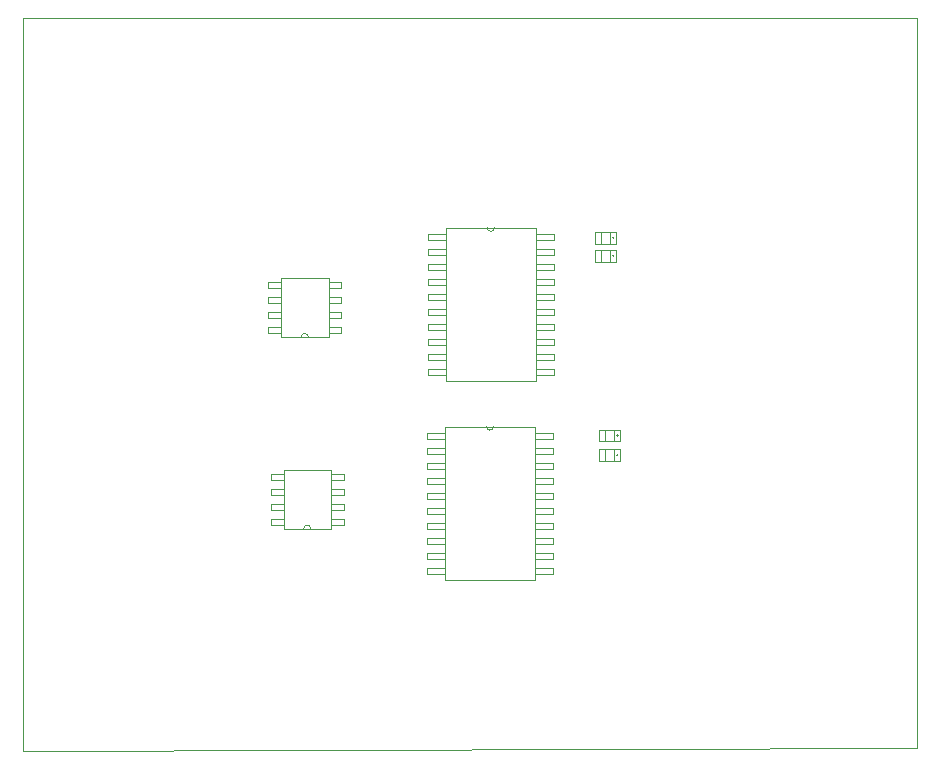
<source format=gm1>
G04*
G04 #@! TF.GenerationSoftware,Altium Limited,Altium Designer,20.1.8 (145)*
G04*
G04 Layer_Color=16711935*
%FSLAX25Y25*%
%MOIN*%
G70*
G04*
G04 #@! TF.SameCoordinates,D3287E22-0F69-463A-97E5-025C8055979C*
G04*
G04*
G04 #@! TF.FilePolarity,Positive*
G04*
G01*
G75*
%ADD55C,0.00100*%
D55*
X294300Y272650D02*
G03*
X291900Y272650I-1200J0D01*
G01*
X353900Y309100D02*
G03*
X356300Y309100I1200J0D01*
G01*
X295100Y208750D02*
G03*
X292700Y208750I-1200J0D01*
G01*
X353600Y242800D02*
G03*
X356000Y242800I1200J0D01*
G01*
X397605Y233300D02*
G03*
X397605Y233300I-300J0D01*
G01*
Y239800D02*
G03*
X397605Y239800I-300J0D01*
G01*
X396268Y299690D02*
G03*
X396268Y299690I-300J0D01*
G01*
Y305690D02*
G03*
X396268Y305690I-300J0D01*
G01*
X199000Y134497D02*
X497000Y135497D01*
Y379000D01*
X496000D02*
X497000D01*
X199000D02*
X496000D01*
X199000Y134497D02*
Y379000D01*
X301000Y272650D02*
Y292350D01*
X285200Y272650D02*
X301000D01*
X285200D02*
Y292350D01*
X301000D01*
X280900Y274000D02*
X285200D01*
X280900D02*
Y276000D01*
X285200D01*
Y274000D02*
Y276000D01*
X280900Y279000D02*
X285200D01*
X280900D02*
Y281000D01*
X285200D01*
Y279000D02*
Y281000D01*
X280900Y284000D02*
X285200D01*
X280900D02*
Y286000D01*
X285200D01*
Y284000D02*
Y286000D01*
X280900Y289000D02*
X285200D01*
X280900D02*
Y291000D01*
X285200D01*
Y289000D02*
Y291000D01*
X301000D02*
X305300D01*
Y289000D02*
Y291000D01*
X301000Y289000D02*
X305300D01*
X301000D02*
Y291000D01*
Y286000D02*
X305300D01*
Y284000D02*
Y286000D01*
X301000Y284000D02*
X305300D01*
X301000D02*
Y286000D01*
Y281000D02*
X305300D01*
Y279000D02*
Y281000D01*
X301000Y279000D02*
X305300D01*
X301000D02*
Y281000D01*
Y276000D02*
X305300D01*
Y274000D02*
Y276000D01*
X301000Y274000D02*
X305300D01*
X301000D02*
Y276000D01*
X340150Y257900D02*
Y309100D01*
X370050D01*
Y257900D02*
Y309100D01*
X340150Y257900D02*
X370050D01*
Y307000D02*
X376050D01*
Y305000D02*
Y307000D01*
X370050Y305000D02*
X376050D01*
X370050D02*
Y307000D01*
Y302000D02*
X376050D01*
Y300000D02*
Y302000D01*
X370050Y300000D02*
X376050D01*
X370050D02*
Y302000D01*
Y297000D02*
X376050D01*
Y295000D02*
Y297000D01*
X370050Y295000D02*
X376050D01*
X370050D02*
Y297000D01*
Y292000D02*
X376050D01*
Y290000D02*
Y292000D01*
X370050Y290000D02*
X376050D01*
X370050D02*
Y292000D01*
Y287000D02*
X376050D01*
Y285000D02*
Y287000D01*
X370050Y285000D02*
X376050D01*
X370050D02*
Y287000D01*
Y282000D02*
X376050D01*
Y280000D02*
Y282000D01*
X370050Y280000D02*
X376050D01*
X370050D02*
Y282000D01*
Y277000D02*
X376050D01*
Y275000D02*
Y277000D01*
X370050Y275000D02*
X376050D01*
X370050D02*
Y277000D01*
Y272000D02*
X376050D01*
Y270000D02*
Y272000D01*
X370050Y270000D02*
X376050D01*
X370050D02*
Y272000D01*
Y267000D02*
X376050D01*
Y265000D02*
Y267000D01*
X370050Y265000D02*
X376050D01*
X370050D02*
Y267000D01*
Y262000D02*
X376050D01*
Y260000D02*
Y262000D01*
X370050Y260000D02*
X376050D01*
X370050D02*
Y262000D01*
X334150Y260000D02*
X340150D01*
X334150D02*
Y262000D01*
X340150D01*
Y260000D02*
Y262000D01*
X334150Y265000D02*
X340150D01*
X334150D02*
Y267000D01*
X340150D01*
Y265000D02*
Y267000D01*
X334150Y270000D02*
X340150D01*
X334150D02*
Y272000D01*
X340150D01*
Y270000D02*
Y272000D01*
X334150Y275000D02*
X340150D01*
X334150D02*
Y277000D01*
X340150D01*
Y275000D02*
Y277000D01*
X334150Y280000D02*
X340150D01*
X334150D02*
Y282000D01*
X340150D01*
Y280000D02*
Y282000D01*
X334150Y285000D02*
X340150D01*
X334150D02*
Y287000D01*
X340150D01*
Y285000D02*
Y287000D01*
X334150Y290000D02*
X340150D01*
X334150D02*
Y292000D01*
X340150D01*
Y290000D02*
Y292000D01*
X334150Y295000D02*
X340150D01*
X334150D02*
Y297000D01*
X340150D01*
Y295000D02*
Y297000D01*
X334150Y300000D02*
X340150D01*
X334150D02*
Y302000D01*
X340150D01*
Y300000D02*
Y302000D01*
X334150Y305000D02*
X340150D01*
X334150D02*
Y307000D01*
X340150D01*
Y305000D02*
Y307000D01*
X301800Y208750D02*
Y228450D01*
X286000Y208750D02*
X301800D01*
X286000D02*
Y228450D01*
X301800D01*
X281700Y210100D02*
X286000D01*
X281700D02*
Y212100D01*
X286000D01*
Y210100D02*
Y212100D01*
X281700Y215100D02*
X286000D01*
X281700D02*
Y217100D01*
X286000D01*
Y215100D02*
Y217100D01*
X281700Y220100D02*
X286000D01*
X281700D02*
Y222100D01*
X286000D01*
Y220100D02*
Y222100D01*
X281700Y225100D02*
X286000D01*
X281700D02*
Y227100D01*
X286000D01*
Y225100D02*
Y227100D01*
X301800D02*
X306100D01*
Y225100D02*
Y227100D01*
X301800Y225100D02*
X306100D01*
X301800D02*
Y227100D01*
Y222100D02*
X306100D01*
Y220100D02*
Y222100D01*
X301800Y220100D02*
X306100D01*
X301800D02*
Y222100D01*
Y217100D02*
X306100D01*
Y215100D02*
Y217100D01*
X301800Y215100D02*
X306100D01*
X301800D02*
Y217100D01*
Y212100D02*
X306100D01*
Y210100D02*
Y212100D01*
X301800Y210100D02*
X306100D01*
X301800D02*
Y212100D01*
X339850Y191600D02*
Y242800D01*
X369750D01*
Y191600D02*
Y242800D01*
X339850Y191600D02*
X369750D01*
Y240700D02*
X375750D01*
Y238700D02*
Y240700D01*
X369750Y238700D02*
X375750D01*
X369750D02*
Y240700D01*
Y235700D02*
X375750D01*
Y233700D02*
Y235700D01*
X369750Y233700D02*
X375750D01*
X369750D02*
Y235700D01*
Y230700D02*
X375750D01*
Y228700D02*
Y230700D01*
X369750Y228700D02*
X375750D01*
X369750D02*
Y230700D01*
Y225700D02*
X375750D01*
Y223700D02*
Y225700D01*
X369750Y223700D02*
X375750D01*
X369750D02*
Y225700D01*
Y220700D02*
X375750D01*
Y218700D02*
Y220700D01*
X369750Y218700D02*
X375750D01*
X369750D02*
Y220700D01*
Y215700D02*
X375750D01*
Y213700D02*
Y215700D01*
X369750Y213700D02*
X375750D01*
X369750D02*
Y215700D01*
Y210700D02*
X375750D01*
Y208700D02*
Y210700D01*
X369750Y208700D02*
X375750D01*
X369750D02*
Y210700D01*
Y205700D02*
X375750D01*
Y203700D02*
Y205700D01*
X369750Y203700D02*
X375750D01*
X369750D02*
Y205700D01*
Y200700D02*
X375750D01*
Y198700D02*
Y200700D01*
X369750Y198700D02*
X375750D01*
X369750D02*
Y200700D01*
Y195700D02*
X375750D01*
Y193700D02*
Y195700D01*
X369750Y193700D02*
X375750D01*
X369750D02*
Y195700D01*
X333850Y193700D02*
X339850D01*
X333850D02*
Y195700D01*
X339850D01*
Y193700D02*
Y195700D01*
X333850Y198700D02*
X339850D01*
X333850D02*
Y200700D01*
X339850D01*
Y198700D02*
Y200700D01*
X333850Y203700D02*
X339850D01*
X333850D02*
Y205700D01*
X339850D01*
Y203700D02*
Y205700D01*
X333850Y208700D02*
X339850D01*
X333850D02*
Y210700D01*
X339850D01*
Y208700D02*
Y210700D01*
X333850Y213700D02*
X339850D01*
X333850D02*
Y215700D01*
X339850D01*
Y213700D02*
Y215700D01*
X333850Y218700D02*
X339850D01*
X333850D02*
Y220700D01*
X339850D01*
Y218700D02*
Y220700D01*
X333850Y223700D02*
X339850D01*
X333850D02*
Y225700D01*
X339850D01*
Y223700D02*
Y225700D01*
X333850Y228700D02*
X339850D01*
X333850D02*
Y230700D01*
X339850D01*
Y228700D02*
Y230700D01*
X333850Y233700D02*
X339850D01*
X333850D02*
Y235700D01*
X339850D01*
Y233700D02*
Y235700D01*
X333850Y238700D02*
X339850D01*
X333850D02*
Y240700D01*
X339850D01*
Y238700D02*
Y240700D01*
X396121Y231430D02*
Y235170D01*
Y231430D02*
X398090D01*
Y235170D01*
X396121D02*
X398090D01*
X393168Y231430D02*
Y235170D01*
X391200D02*
X393168D01*
X391200Y231430D02*
Y235170D01*
Y231430D02*
X393168D01*
X391200Y235170D02*
X398090D01*
X391200Y231430D02*
Y235170D01*
Y231430D02*
X398090D01*
Y235170D01*
X396121Y237930D02*
Y241670D01*
Y237930D02*
X398090D01*
Y241670D01*
X396121D02*
X398090D01*
X393168Y237930D02*
Y241670D01*
X391200D02*
X393168D01*
X391200Y237930D02*
Y241670D01*
Y237930D02*
X393168D01*
X391200Y241670D02*
X398090D01*
X391200Y237930D02*
Y241670D01*
Y237930D02*
X398090D01*
Y241670D01*
X394784Y297820D02*
Y301560D01*
Y297820D02*
X396753D01*
Y301560D01*
X394784D02*
X396753D01*
X391831Y297820D02*
Y301560D01*
X389863D02*
X391831D01*
X389863Y297820D02*
Y301560D01*
Y297820D02*
X391831D01*
X389863Y301560D02*
X396753D01*
X389863Y297820D02*
Y301560D01*
Y297820D02*
X396753D01*
Y301560D01*
X394784Y303820D02*
Y307560D01*
Y303820D02*
X396753D01*
Y307560D01*
X394784D02*
X396753D01*
X391831Y303820D02*
Y307560D01*
X389863D02*
X391831D01*
X389863Y303820D02*
Y307560D01*
Y303820D02*
X391831D01*
X389863Y307560D02*
X396753D01*
X389863Y303820D02*
Y307560D01*
Y303820D02*
X396753D01*
Y307560D01*
M02*

</source>
